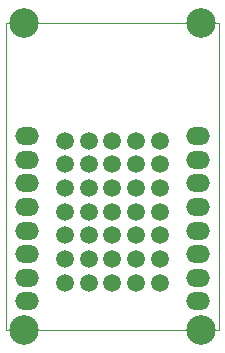
<source format=gbr>
G04 #@! TF.GenerationSoftware,KiCad,Pcbnew,6.0.10+dfsg-1~bpo11+1*
G04 #@! TF.ProjectId,mag,6d61672e-6b69-4636-9164-5f7063625858,rev?*
G04 #@! TF.SameCoordinates,Original*
G04 #@! TF.FileFunction,Copper,L1,Top*
G04 #@! TF.FilePolarity,Positive*
%FSLAX46Y46*%
G04 Gerber Fmt 4.6, Leading zero omitted, Abs format (unit mm)*
%MOMM*%
%LPD*%
G01*
G04 APERTURE LIST*
G04 #@! TA.AperFunction,Profile*
%ADD10C,0.120000*%
G04 #@! TD*
G04 #@! TA.AperFunction,ComponentPad*
%ADD11C,2.500000*%
G04 #@! TD*
G04 #@! TA.AperFunction,ComponentPad*
%ADD12C,1.500000*%
G04 #@! TD*
G04 #@! TA.AperFunction,ComponentPad*
%ADD13O,2.000000X1.500000*%
G04 #@! TD*
G04 APERTURE END LIST*
D10*
X126500000Y-100000000D02*
X144500000Y-100000000D01*
X144500000Y-100000000D02*
X144500000Y-126000000D01*
X144500000Y-126000000D02*
X126500000Y-126000000D01*
X126500000Y-126000000D02*
X126500000Y-100000000D01*
D11*
X128000000Y-100000000D03*
X143000000Y-100000000D03*
X143000000Y-126000000D03*
X128000000Y-126000000D03*
D12*
X139500000Y-118000000D03*
X135500000Y-122000000D03*
X139500000Y-116000000D03*
X135500000Y-118000000D03*
X139500000Y-112000000D03*
X137500000Y-116000000D03*
X137500000Y-122000000D03*
X133500000Y-122000000D03*
X139500000Y-122000000D03*
X137500000Y-112000000D03*
X135500000Y-110000000D03*
X131500000Y-114000000D03*
X137500000Y-110000000D03*
X135500000Y-112000000D03*
X139500000Y-114000000D03*
X131500000Y-116000000D03*
X139500000Y-110000000D03*
X135500000Y-116000000D03*
X137500000Y-120000000D03*
X133500000Y-118000000D03*
X133500000Y-114000000D03*
X137500000Y-114000000D03*
X131500000Y-118000000D03*
X135500000Y-120000000D03*
X131500000Y-112000000D03*
X133500000Y-110000000D03*
X131500000Y-110000000D03*
X133500000Y-116000000D03*
X137500000Y-118000000D03*
X131500000Y-120000000D03*
X135500000Y-114000000D03*
X133500000Y-112000000D03*
X133500000Y-120000000D03*
X131500000Y-122000000D03*
X139500000Y-120000000D03*
D13*
X128250000Y-109600000D03*
X128250000Y-111600000D03*
X128250000Y-113600000D03*
X128250000Y-115600000D03*
X128250000Y-117600000D03*
X128250000Y-119600000D03*
X128250000Y-121600000D03*
X128250000Y-123600000D03*
X142750000Y-123600000D03*
X142750000Y-121600000D03*
X142750000Y-119600000D03*
X142750000Y-117600000D03*
X142750000Y-115600000D03*
X142750000Y-113600000D03*
X142750000Y-111600000D03*
X142750000Y-109600000D03*
M02*

</source>
